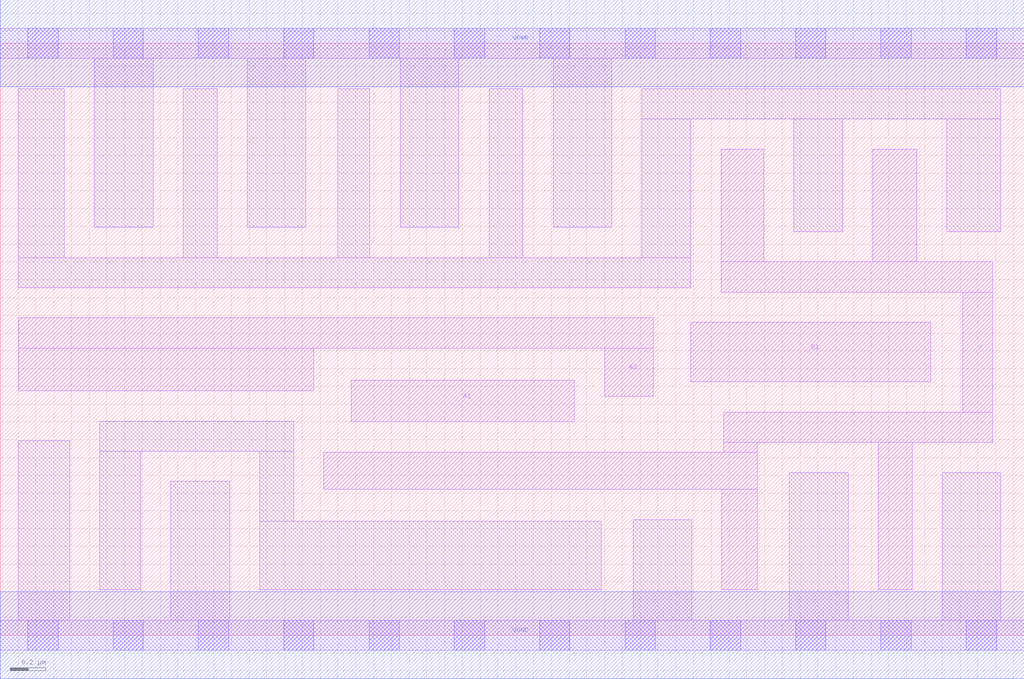
<source format=lef>
# Copyright 2020 The SkyWater PDK Authors
#
# Licensed under the Apache License, Version 2.0 (the "License");
# you may not use this file except in compliance with the License.
# You may obtain a copy of the License at
#
#     https://www.apache.org/licenses/LICENSE-2.0
#
# Unless required by applicable law or agreed to in writing, software
# distributed under the License is distributed on an "AS IS" BASIS,
# WITHOUT WARRANTIES OR CONDITIONS OF ANY KIND, either express or implied.
# See the License for the specific language governing permissions and
# limitations under the License.
#
# SPDX-License-Identifier: Apache-2.0

VERSION 5.7 ;
  NAMESCASESENSITIVE ON ;
  NOWIREEXTENSIONATPIN ON ;
  DIVIDERCHAR "/" ;
  BUSBITCHARS "[]" ;
UNITS
  DATABASE MICRONS 200 ;
END UNITS
MACRO sky130_fd_sc_lp__a21oi_4
  CLASS CORE ;
  SOURCE USER ;
  FOREIGN sky130_fd_sc_lp__a21oi_4 ;
  ORIGIN  0.000000  0.000000 ;
  SIZE  5.760000 BY  3.330000 ;
  SYMMETRY X Y R90 ;
  SITE unit ;
  PIN A1
    ANTENNAGATEAREA  1.260000 ;
    DIRECTION INPUT ;
    USE SIGNAL ;
    PORT
      LAYER li1 ;
        RECT 1.975000 1.200000 3.230000 1.435000 ;
    END
  END A1
  PIN A2
    ANTENNAGATEAREA  1.260000 ;
    DIRECTION INPUT ;
    USE SIGNAL ;
    PORT
      LAYER li1 ;
        RECT 0.105000 1.375000 1.765000 1.615000 ;
        RECT 0.105000 1.615000 3.675000 1.785000 ;
        RECT 3.400000 1.345000 3.675000 1.615000 ;
    END
  END A2
  PIN B1
    ANTENNAGATEAREA  1.260000 ;
    DIRECTION INPUT ;
    USE SIGNAL ;
    PORT
      LAYER li1 ;
        RECT 3.885000 1.425000 5.235000 1.760000 ;
    END
  END B1
  PIN Y
    ANTENNADIFFAREA  1.646400 ;
    DIRECTION OUTPUT ;
    USE SIGNAL ;
    PORT
      LAYER li1 ;
        RECT 1.820000 0.820000 4.260000 1.030000 ;
        RECT 4.055000 1.930000 5.585000 2.100000 ;
        RECT 4.055000 2.100000 4.295000 2.735000 ;
        RECT 4.060000 0.255000 4.260000 0.820000 ;
        RECT 4.070000 1.030000 4.260000 1.085000 ;
        RECT 4.070000 1.085000 5.585000 1.255000 ;
        RECT 4.910000 2.100000 5.155000 2.735000 ;
        RECT 4.940000 0.255000 5.130000 1.085000 ;
        RECT 5.415000 1.255000 5.585000 1.930000 ;
    END
  END Y
  PIN VGND
    DIRECTION INOUT ;
    USE GROUND ;
    PORT
      LAYER met1 ;
        RECT 0.000000 -0.245000 5.760000 0.245000 ;
    END
  END VGND
  PIN VPWR
    DIRECTION INOUT ;
    USE POWER ;
    PORT
      LAYER met1 ;
        RECT 0.000000 3.085000 5.760000 3.575000 ;
    END
  END VPWR
  OBS
    LAYER li1 ;
      RECT 0.000000 -0.085000 5.760000 0.085000 ;
      RECT 0.000000  3.245000 5.760000 3.415000 ;
      RECT 0.100000  0.085000 0.390000 1.095000 ;
      RECT 0.100000  1.955000 3.885000 2.125000 ;
      RECT 0.100000  2.125000 0.360000 3.075000 ;
      RECT 0.530000  2.295000 0.860000 3.245000 ;
      RECT 0.560000  0.255000 0.790000 1.035000 ;
      RECT 0.560000  1.035000 1.650000 1.205000 ;
      RECT 0.960000  0.085000 1.290000 0.865000 ;
      RECT 1.030000  2.125000 1.220000 3.075000 ;
      RECT 1.390000  2.295000 1.720000 3.245000 ;
      RECT 1.460000  0.255000 3.380000 0.640000 ;
      RECT 1.460000  0.640000 1.650000 1.035000 ;
      RECT 1.900000  2.125000 2.080000 3.075000 ;
      RECT 2.250000  2.295000 2.580000 3.245000 ;
      RECT 2.750000  2.125000 2.940000 3.075000 ;
      RECT 3.110000  2.295000 3.440000 3.245000 ;
      RECT 3.560000  0.085000 3.890000 0.650000 ;
      RECT 3.610000  2.125000 3.885000 2.905000 ;
      RECT 3.610000  2.905000 5.630000 3.075000 ;
      RECT 4.440000  0.085000 4.770000 0.915000 ;
      RECT 4.465000  2.270000 4.740000 2.905000 ;
      RECT 5.300000  0.085000 5.630000 0.915000 ;
      RECT 5.325000  2.270000 5.630000 2.905000 ;
    LAYER mcon ;
      RECT 0.155000 -0.085000 0.325000 0.085000 ;
      RECT 0.155000  3.245000 0.325000 3.415000 ;
      RECT 0.635000 -0.085000 0.805000 0.085000 ;
      RECT 0.635000  3.245000 0.805000 3.415000 ;
      RECT 1.115000 -0.085000 1.285000 0.085000 ;
      RECT 1.115000  3.245000 1.285000 3.415000 ;
      RECT 1.595000 -0.085000 1.765000 0.085000 ;
      RECT 1.595000  3.245000 1.765000 3.415000 ;
      RECT 2.075000 -0.085000 2.245000 0.085000 ;
      RECT 2.075000  3.245000 2.245000 3.415000 ;
      RECT 2.555000 -0.085000 2.725000 0.085000 ;
      RECT 2.555000  3.245000 2.725000 3.415000 ;
      RECT 3.035000 -0.085000 3.205000 0.085000 ;
      RECT 3.035000  3.245000 3.205000 3.415000 ;
      RECT 3.515000 -0.085000 3.685000 0.085000 ;
      RECT 3.515000  3.245000 3.685000 3.415000 ;
      RECT 3.995000 -0.085000 4.165000 0.085000 ;
      RECT 3.995000  3.245000 4.165000 3.415000 ;
      RECT 4.475000 -0.085000 4.645000 0.085000 ;
      RECT 4.475000  3.245000 4.645000 3.415000 ;
      RECT 4.955000 -0.085000 5.125000 0.085000 ;
      RECT 4.955000  3.245000 5.125000 3.415000 ;
      RECT 5.435000 -0.085000 5.605000 0.085000 ;
      RECT 5.435000  3.245000 5.605000 3.415000 ;
  END
END sky130_fd_sc_lp__a21oi_4
END LIBRARY

</source>
